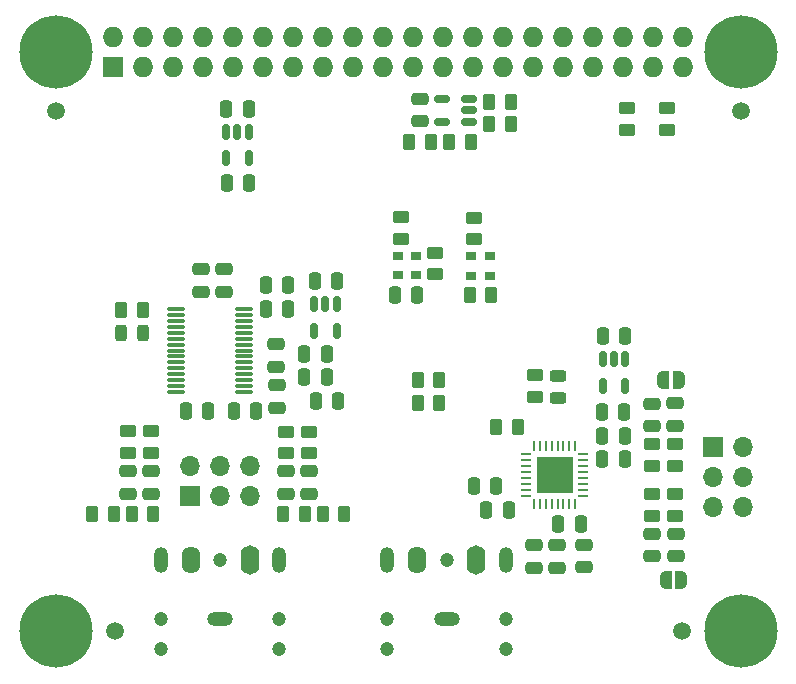
<source format=gbr>
%TF.GenerationSoftware,KiCad,Pcbnew,8.0.4+1*%
%TF.CreationDate,2024-10-16T16:53:17+00:00*%
%TF.ProjectId,pedalboard-soundcard,70656461-6c62-46f6-9172-642d736f756e,1.0.0*%
%TF.SameCoordinates,Original*%
%TF.FileFunction,Soldermask,Top*%
%TF.FilePolarity,Negative*%
%FSLAX46Y46*%
G04 Gerber Fmt 4.6, Leading zero omitted, Abs format (unit mm)*
G04 Created by KiCad (PCBNEW 8.0.4+1) date 2024-10-16 16:53:17*
%MOMM*%
%LPD*%
G01*
G04 APERTURE LIST*
G04 Aperture macros list*
%AMRoundRect*
0 Rectangle with rounded corners*
0 $1 Rounding radius*
0 $2 $3 $4 $5 $6 $7 $8 $9 X,Y pos of 4 corners*
0 Add a 4 corners polygon primitive as box body*
4,1,4,$2,$3,$4,$5,$6,$7,$8,$9,$2,$3,0*
0 Add four circle primitives for the rounded corners*
1,1,$1+$1,$2,$3*
1,1,$1+$1,$4,$5*
1,1,$1+$1,$6,$7*
1,1,$1+$1,$8,$9*
0 Add four rect primitives between the rounded corners*
20,1,$1+$1,$2,$3,$4,$5,0*
20,1,$1+$1,$4,$5,$6,$7,0*
20,1,$1+$1,$6,$7,$8,$9,0*
20,1,$1+$1,$8,$9,$2,$3,0*%
%AMFreePoly0*
4,1,19,0.500000,-0.750000,0.000000,-0.750000,0.000000,-0.744911,-0.071157,-0.744911,-0.207708,-0.704816,-0.327430,-0.627875,-0.420627,-0.520320,-0.479746,-0.390866,-0.500000,-0.250000,-0.500000,0.250000,-0.479746,0.390866,-0.420627,0.520320,-0.327430,0.627875,-0.207708,0.704816,-0.071157,0.744911,0.000000,0.744911,0.000000,0.750000,0.500000,0.750000,0.500000,-0.750000,0.500000,-0.750000,
$1*%
%AMFreePoly1*
4,1,19,0.000000,0.744911,0.071157,0.744911,0.207708,0.704816,0.327430,0.627875,0.420627,0.520320,0.479746,0.390866,0.500000,0.250000,0.500000,-0.250000,0.479746,-0.390866,0.420627,-0.520320,0.327430,-0.627875,0.207708,-0.704816,0.071157,-0.744911,0.000000,-0.744911,0.000000,-0.750000,-0.500000,-0.750000,-0.500000,0.750000,0.000000,0.750000,0.000000,0.744911,0.000000,0.744911,
$1*%
G04 Aperture macros list end*
%ADD10C,6.200000*%
%ADD11R,1.727200X1.727200*%
%ADD12O,1.727200X1.727200*%
%ADD13FreePoly0,180.000000*%
%ADD14FreePoly1,180.000000*%
%ADD15RoundRect,0.250000X-0.262500X-0.450000X0.262500X-0.450000X0.262500X0.450000X-0.262500X0.450000X0*%
%ADD16RoundRect,0.250000X0.450000X-0.262500X0.450000X0.262500X-0.450000X0.262500X-0.450000X-0.262500X0*%
%ADD17RoundRect,0.250000X-0.475000X0.250000X-0.475000X-0.250000X0.475000X-0.250000X0.475000X0.250000X0*%
%ADD18R,0.850000X0.650000*%
%ADD19C,1.500000*%
%ADD20RoundRect,0.150000X-0.150000X0.512500X-0.150000X-0.512500X0.150000X-0.512500X0.150000X0.512500X0*%
%ADD21RoundRect,0.250000X-0.450000X0.262500X-0.450000X-0.262500X0.450000X-0.262500X0.450000X0.262500X0*%
%ADD22RoundRect,0.250000X0.475000X-0.250000X0.475000X0.250000X-0.475000X0.250000X-0.475000X-0.250000X0*%
%ADD23RoundRect,0.250000X-0.250000X-0.475000X0.250000X-0.475000X0.250000X0.475000X-0.250000X0.475000X0*%
%ADD24RoundRect,0.243750X-0.456250X0.243750X-0.456250X-0.243750X0.456250X-0.243750X0.456250X0.243750X0*%
%ADD25RoundRect,0.250000X0.262500X0.450000X-0.262500X0.450000X-0.262500X-0.450000X0.262500X-0.450000X0*%
%ADD26RoundRect,0.250000X0.250000X0.475000X-0.250000X0.475000X-0.250000X-0.475000X0.250000X-0.475000X0*%
%ADD27C,1.200000*%
%ADD28O,1.200000X2.200000*%
%ADD29O,1.600000X2.300000*%
%ADD30O,2.200000X1.200000*%
%ADD31O,1.600000X2.500000*%
%ADD32RoundRect,0.243750X-0.243750X-0.456250X0.243750X-0.456250X0.243750X0.456250X-0.243750X0.456250X0*%
%ADD33RoundRect,0.062500X0.062500X-0.375000X0.062500X0.375000X-0.062500X0.375000X-0.062500X-0.375000X0*%
%ADD34RoundRect,0.062500X0.375000X-0.062500X0.375000X0.062500X-0.375000X0.062500X-0.375000X-0.062500X0*%
%ADD35R,3.100000X3.100000*%
%ADD36RoundRect,0.075000X0.662500X0.075000X-0.662500X0.075000X-0.662500X-0.075000X0.662500X-0.075000X0*%
%ADD37RoundRect,0.150000X0.512500X0.150000X-0.512500X0.150000X-0.512500X-0.150000X0.512500X-0.150000X0*%
%ADD38R,1.700000X1.700000*%
%ADD39O,1.700000X1.700000*%
G04 APERTURE END LIST*
D10*
%TO.C,H4*%
X110000000Y-56000000D03*
%TD*%
%TO.C,H3*%
X52000000Y-56000000D03*
%TD*%
%TO.C,H1*%
X52000000Y-105000000D03*
%TD*%
%TO.C,H2*%
X110000000Y-105000000D03*
%TD*%
D11*
%TO.C,J1*%
X56870000Y-57270000D03*
D12*
X56870000Y-54730000D03*
X59410000Y-57270000D03*
X59410000Y-54730000D03*
X61950000Y-57270000D03*
X61950000Y-54730000D03*
X64490000Y-57270000D03*
X64490000Y-54730000D03*
X67030000Y-57270000D03*
X67030000Y-54730000D03*
X69570000Y-57270000D03*
X69570000Y-54730000D03*
X72110000Y-57270000D03*
X72110000Y-54730000D03*
X74650000Y-57270000D03*
X74650000Y-54730000D03*
X77190000Y-57270000D03*
X77190000Y-54730000D03*
X79730000Y-57270000D03*
X79730000Y-54730000D03*
X82270000Y-57270000D03*
X82270000Y-54730000D03*
X84810000Y-57270000D03*
X84810000Y-54730000D03*
X87350000Y-57270000D03*
X87350000Y-54730000D03*
X89890000Y-57270000D03*
X89890000Y-54730000D03*
X92430000Y-57270000D03*
X92430000Y-54730000D03*
X94970000Y-57270000D03*
X94970000Y-54730000D03*
X97510000Y-57270000D03*
X97510000Y-54730000D03*
X100050000Y-57270000D03*
X100050000Y-54730000D03*
X102590000Y-57270000D03*
X102590000Y-54730000D03*
X105130000Y-57270000D03*
X105130000Y-54730000D03*
%TD*%
D13*
%TO.C,JP1*%
X104950000Y-100700000D03*
D14*
X103650000Y-100700000D03*
%TD*%
D15*
%TO.C,R7*%
X85312500Y-63575000D03*
X87137500Y-63575000D03*
%TD*%
D16*
%TO.C,R25*%
X84150000Y-74792500D03*
X84150000Y-72967500D03*
%TD*%
D17*
%TO.C,C21*%
X102500000Y-96780000D03*
X102500000Y-98680000D03*
%TD*%
D18*
%TO.C,X1*%
X82525000Y-74875000D03*
X82525000Y-73225000D03*
X80975000Y-73225000D03*
X80975000Y-74875000D03*
%TD*%
D19*
%TO.C,FID4*%
X57000000Y-105000000D03*
%TD*%
D20*
%TO.C,U2*%
X68350000Y-62712500D03*
X67400000Y-62712500D03*
X66450000Y-62712500D03*
X66450000Y-64987500D03*
X68350000Y-64987500D03*
%TD*%
D21*
%TO.C,R16*%
X102525000Y-93392500D03*
X102525000Y-95217500D03*
%TD*%
D17*
%TO.C,C3*%
X60100000Y-91480000D03*
X60100000Y-93380000D03*
%TD*%
D22*
%TO.C,C16*%
X66300000Y-76250000D03*
X66300000Y-74350000D03*
%TD*%
D23*
%TO.C,C32*%
X80725000Y-76540000D03*
X82625000Y-76540000D03*
%TD*%
D15*
%TO.C,R5*%
X88712500Y-62100000D03*
X90537500Y-62100000D03*
%TD*%
%TO.C,R10*%
X81937500Y-63575000D03*
X83762500Y-63575000D03*
%TD*%
D18*
%TO.C,X2*%
X88750000Y-74925000D03*
X88750000Y-73275000D03*
X87200000Y-73275000D03*
X87200000Y-74925000D03*
%TD*%
D24*
%TO.C,D2*%
X94510000Y-83362500D03*
X94510000Y-85237500D03*
%TD*%
D22*
%TO.C,C14*%
X70725000Y-86100000D03*
X70725000Y-84200000D03*
%TD*%
D23*
%TO.C,C28*%
X87420000Y-92710000D03*
X89320000Y-92710000D03*
%TD*%
%TO.C,C11*%
X69800000Y-77700000D03*
X71700000Y-77700000D03*
%TD*%
D17*
%TO.C,C4*%
X71475000Y-91460000D03*
X71475000Y-93360000D03*
%TD*%
D25*
%TO.C,R11*%
X73082500Y-95060000D03*
X71257500Y-95060000D03*
%TD*%
D17*
%TO.C,C7*%
X73450000Y-91460000D03*
X73450000Y-93360000D03*
%TD*%
D19*
%TO.C,FID1*%
X52000000Y-61000000D03*
%TD*%
D22*
%TO.C,C24*%
X94475000Y-99650000D03*
X94475000Y-97750000D03*
%TD*%
D19*
%TO.C,FID2*%
X110000000Y-61000000D03*
%TD*%
D26*
%TO.C,C6*%
X68375000Y-67025000D03*
X66475000Y-67025000D03*
%TD*%
D16*
%TO.C,R19*%
X102475000Y-90990000D03*
X102475000Y-89165000D03*
%TD*%
D23*
%TO.C,C23*%
X88470000Y-94720000D03*
X90370000Y-94720000D03*
%TD*%
D21*
%TO.C,R12*%
X71475000Y-88117500D03*
X71475000Y-89942500D03*
%TD*%
D23*
%TO.C,C9*%
X73050000Y-81525000D03*
X74950000Y-81525000D03*
%TD*%
D27*
%TO.C,J4*%
X60940000Y-104000000D03*
X60940000Y-106500000D03*
X65940000Y-99000000D03*
X70940000Y-104000000D03*
X70940000Y-106500000D03*
D28*
X60940000Y-99000000D03*
D29*
X63440000Y-99000000D03*
D30*
X65940000Y-104000000D03*
D28*
X70940000Y-99000000D03*
D31*
X68440000Y-99000000D03*
%TD*%
D25*
%TO.C,R13*%
X76452500Y-95060000D03*
X74627500Y-95060000D03*
%TD*%
D22*
%TO.C,C26*%
X102480000Y-87642500D03*
X102480000Y-85742500D03*
%TD*%
D15*
%TO.C,R1*%
X57567500Y-77825000D03*
X59392500Y-77825000D03*
%TD*%
D26*
%TO.C,C5*%
X68350000Y-60820000D03*
X66450000Y-60820000D03*
%TD*%
D17*
%TO.C,C13*%
X70700000Y-80700000D03*
X70700000Y-82600000D03*
%TD*%
D16*
%TO.C,R15*%
X103790000Y-62552500D03*
X103790000Y-60727500D03*
%TD*%
D23*
%TO.C,C15*%
X69800000Y-75725000D03*
X71700000Y-75725000D03*
%TD*%
D26*
%TO.C,C30*%
X100150000Y-86475000D03*
X98250000Y-86475000D03*
%TD*%
D22*
%TO.C,C25*%
X104440000Y-87627500D03*
X104440000Y-85727500D03*
%TD*%
D25*
%TO.C,R23*%
X88887500Y-76550000D03*
X87062500Y-76550000D03*
%TD*%
D26*
%TO.C,C31*%
X96475000Y-95960000D03*
X94575000Y-95960000D03*
%TD*%
D32*
%TO.C,D1*%
X57567500Y-79750000D03*
X59442500Y-79750000D03*
%TD*%
D33*
%TO.C,U6*%
X92500000Y-94214500D03*
X93000000Y-94214500D03*
X93500000Y-94214500D03*
X94000000Y-94214500D03*
X94500000Y-94214500D03*
X95000000Y-94214500D03*
X95500000Y-94214500D03*
X96000000Y-94214500D03*
D34*
X96687500Y-93527000D03*
X96687500Y-93027000D03*
X96687500Y-92527000D03*
X96687500Y-92027000D03*
X96687500Y-91527000D03*
X96687500Y-91027000D03*
X96687500Y-90527000D03*
X96687500Y-90027000D03*
D33*
X96000000Y-89339500D03*
X95500000Y-89339500D03*
X95000000Y-89339500D03*
X94500000Y-89339500D03*
X94000000Y-89339500D03*
X93500000Y-89339500D03*
X93000000Y-89339500D03*
X92500000Y-89339500D03*
D34*
X91812500Y-90027000D03*
X91812500Y-90527000D03*
X91812500Y-91027000D03*
X91812500Y-91527000D03*
X91812500Y-92027000D03*
X91812500Y-92527000D03*
X91812500Y-93027000D03*
X91812500Y-93527000D03*
D35*
X94250000Y-91777000D03*
%TD*%
D20*
%TO.C,U5*%
X100250000Y-81987500D03*
X99300000Y-81987500D03*
X98350000Y-81987500D03*
X98350000Y-84262500D03*
X100250000Y-84262500D03*
%TD*%
D26*
%TO.C,C8*%
X75850000Y-75400000D03*
X73950000Y-75400000D03*
%TD*%
D15*
%TO.C,R21*%
X82667500Y-85720000D03*
X84492500Y-85720000D03*
%TD*%
D13*
%TO.C,JP2*%
X104750000Y-83700000D03*
D14*
X103450000Y-83700000D03*
%TD*%
D21*
%TO.C,R8*%
X60100000Y-88097500D03*
X60100000Y-89922500D03*
%TD*%
%TO.C,R14*%
X73450000Y-88117500D03*
X73450000Y-89942500D03*
%TD*%
D23*
%TO.C,C34*%
X63040000Y-86380000D03*
X64940000Y-86380000D03*
%TD*%
%TO.C,C12*%
X98275000Y-90450000D03*
X100175000Y-90450000D03*
%TD*%
D17*
%TO.C,C22*%
X104500000Y-96780000D03*
X104500000Y-98680000D03*
%TD*%
D22*
%TO.C,C27*%
X96770000Y-99590000D03*
X96770000Y-97690000D03*
%TD*%
D15*
%TO.C,R22*%
X82667500Y-83770000D03*
X84492500Y-83770000D03*
%TD*%
D19*
%TO.C,FID3*%
X105000000Y-105000000D03*
%TD*%
D16*
%TO.C,R18*%
X104440000Y-90990000D03*
X104440000Y-89165000D03*
%TD*%
D23*
%TO.C,C29*%
X98275000Y-88450000D03*
X100175000Y-88450000D03*
%TD*%
D27*
%TO.C,J5*%
X80100000Y-104000000D03*
X80100000Y-106500000D03*
X85100000Y-99000000D03*
X90100000Y-104000000D03*
X90100000Y-106500000D03*
D28*
X80100000Y-99000000D03*
D29*
X82600000Y-99000000D03*
D30*
X85100000Y-104000000D03*
D28*
X90100000Y-99000000D03*
D31*
X87600000Y-99000000D03*
%TD*%
D36*
%TO.C,U4*%
X67962500Y-84750000D03*
X67962500Y-84250000D03*
X67962500Y-83750000D03*
X67962500Y-83250000D03*
X67962500Y-82750000D03*
X67962500Y-82250000D03*
X67962500Y-81750000D03*
X67962500Y-81250000D03*
X67962500Y-80750000D03*
X67962500Y-80250000D03*
X67962500Y-79750000D03*
X67962500Y-79250000D03*
X67962500Y-78750000D03*
X67962500Y-78250000D03*
X67962500Y-77750000D03*
X62237500Y-77750000D03*
X62237500Y-78250000D03*
X62237500Y-78750000D03*
X62237500Y-79250000D03*
X62237500Y-79750000D03*
X62237500Y-80250000D03*
X62237500Y-80750000D03*
X62237500Y-81250000D03*
X62237500Y-81750000D03*
X62237500Y-82250000D03*
X62237500Y-82750000D03*
X62237500Y-83250000D03*
X62237500Y-83750000D03*
X62237500Y-84250000D03*
X62237500Y-84750000D03*
%TD*%
D20*
%TO.C,U3*%
X75800000Y-77312500D03*
X74850000Y-77312500D03*
X73900000Y-77312500D03*
X73900000Y-79587500D03*
X75800000Y-79587500D03*
%TD*%
D16*
%TO.C,R26*%
X81250000Y-71782500D03*
X81250000Y-69957500D03*
%TD*%
D22*
%TO.C,C1*%
X82850000Y-61825000D03*
X82850000Y-59925000D03*
%TD*%
D26*
%TO.C,C33*%
X68990000Y-86390000D03*
X67090000Y-86390000D03*
%TD*%
D21*
%TO.C,R3*%
X58100000Y-88097500D03*
X58100000Y-89922500D03*
%TD*%
D16*
%TO.C,R27*%
X87450000Y-71832500D03*
X87450000Y-70007500D03*
%TD*%
D22*
%TO.C,C20*%
X92500000Y-99650000D03*
X92500000Y-97750000D03*
%TD*%
D21*
%TO.C,R17*%
X104475000Y-93392500D03*
X104475000Y-95217500D03*
%TD*%
D16*
%TO.C,R24*%
X92560000Y-85182500D03*
X92560000Y-83357500D03*
%TD*%
D23*
%TO.C,C10*%
X98350000Y-80000000D03*
X100250000Y-80000000D03*
%TD*%
D25*
%TO.C,R20*%
X91137500Y-87700000D03*
X89312500Y-87700000D03*
%TD*%
D15*
%TO.C,R9*%
X58457500Y-95090000D03*
X60282500Y-95090000D03*
%TD*%
D23*
%TO.C,C18*%
X74050000Y-85500000D03*
X75950000Y-85500000D03*
%TD*%
D15*
%TO.C,R6*%
X88712500Y-60175000D03*
X90537500Y-60175000D03*
%TD*%
D16*
%TO.C,R2*%
X100420000Y-62542500D03*
X100420000Y-60717500D03*
%TD*%
D23*
%TO.C,C19*%
X73050000Y-83525000D03*
X74950000Y-83525000D03*
%TD*%
D17*
%TO.C,C2*%
X58100000Y-91480000D03*
X58100000Y-93380000D03*
%TD*%
D15*
%TO.C,R4*%
X55087500Y-95090000D03*
X56912500Y-95090000D03*
%TD*%
D37*
%TO.C,U1*%
X87027500Y-61870000D03*
X87027500Y-60920000D03*
X87027500Y-59970000D03*
X84752500Y-59970000D03*
X84752500Y-61870000D03*
%TD*%
D22*
%TO.C,C17*%
X64300000Y-76250000D03*
X64300000Y-74350000D03*
%TD*%
D38*
%TO.C,J3*%
X63340000Y-93580000D03*
D39*
X63340000Y-91040000D03*
X65880000Y-93580000D03*
X65880000Y-91040000D03*
X68420000Y-93580000D03*
X68420000Y-91040000D03*
%TD*%
D38*
%TO.C,J2*%
X107650000Y-89400000D03*
D39*
X110190000Y-89400000D03*
X107650000Y-91940000D03*
X110190000Y-91940000D03*
X107650000Y-94480000D03*
X110190000Y-94480000D03*
%TD*%
M02*

</source>
